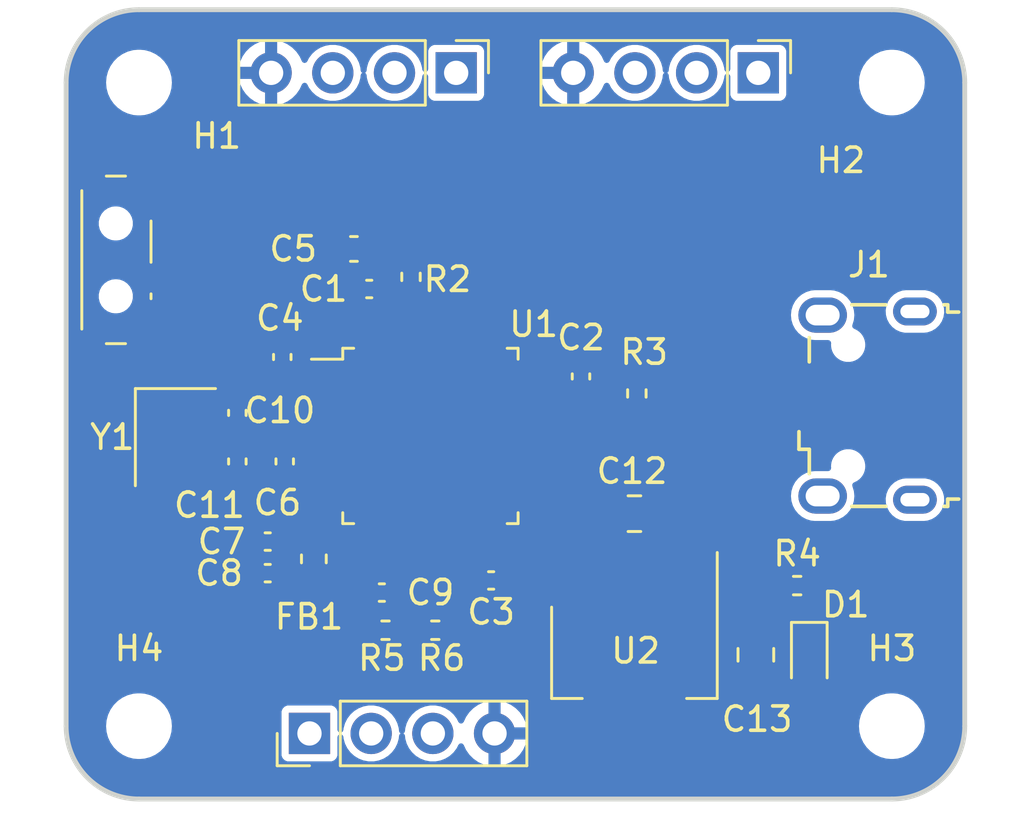
<source format=kicad_pcb>
(kicad_pcb (version 20221018) (generator pcbnew)
  (layers (0 "F.Cu" signal) (31 "B.Cu" power) (34 "B.Paste" user) (35 "F.Paste" user) (36 "B.SilkS" user "B.Silkscreen") (37 "F.SilkS" user "F.Silkscreen") (38 "B.Mask" user) (39 "F.Mask" user) (44 "Edge.Cuts" user))
  (net 0 "")
  (net 1 "+3.3V")
  (net 2 "GND")
  (net 3 "+3.3VA")
  (net 4 "/NRST")
  (net 5 "/HSE_IN")
  (net 6 "/HSE_OUT")
  (net 7 "VBUS")
  (net 8 "/LED_K")
  (net 9 "/USB_D-")
  (net 10 "/USB_D+")
  (net 13 "/SWDIO")
  (net 14 "/SWCLK")
  (net 15 "/USART1_TX")
  (net 16 "/USART1_RX")
  (net 17 "/I2C2_SCL")
  (net 18 "/I2C2_SDA")
  (net 19 "Net-(SW1-B)")
  (net 20 "/BOOT0")
  (footprint "Crystal:Crystal_SMD_3225-4Pin_3.2x2.5mm" (layer "F.Cu") (at 103.5 91.1 -90)
    (fp_text reference "Y1" (at 0 2.6 -180) (layer "F.SilkS"))
    (fp_text value "16MHz")
    (fp_line (start -2 -1.65) (end -2 1.65) (stroke (width 0.12)) (layer "F.SilkS"))
    (fp_line (start -2 1.65) (end 2 1.65) (stroke (width 0.12)) (layer "F.SilkS"))
    (pad "1" smd rect (at -1.1 0.85 270) (size 1.4 1.2) (layers "F.Cu" "F.Paste" "F.Mask") (net 5 "/HSE_IN"))
    (pad "2" smd rect (at 1.1 0.85 270) (size 1.4 1.2) (layers "F.Cu" "F.Paste" "F.Mask") (net 2 "GND"))
    (pad "3" smd rect (at 1.1 -0.85 270) (size 1.4 1.2) (layers "F.Cu" "F.Paste" "F.Mask") (net 6 "/HSE_OUT"))
    (pad "4" smd rect (at -1.1 -0.85 270) (size 1.4 1.2) (layers "F.Cu" "F.Paste" "F.Mask") (net 2 "GND"))
  )
  (footprint "Connector_PinHeader_2.54mm:PinHeader_1x04_P2.54mm_Vertical" (layer "F.Cu") (at 115.06 76.1 -90)
    (fp_text reference "SWD1" hide)
    (fp_text value "SWD")
    (fp_line (start -1.33 -1.33) (end 0 -1.33) (stroke (width 0.12)) (layer "F.SilkS"))
    (fp_line (start -1.33 0) (end -1.33 -1.33) (stroke (width 0.12)) (layer "F.SilkS"))
    (fp_line (start -1.33 1.27) (end -1.33 8.95) (stroke (width 0.12)) (layer "F.SilkS"))
    (fp_line (start -1.33 1.27) (end 1.33 1.27) (stroke (width 0.12)) (layer "F.SilkS"))
    (fp_line (start -1.33 8.95) (end 1.33 8.95) (stroke (width 0.12)) (layer "F.SilkS"))
    (fp_line (start 1.33 1.27) (end 1.33 8.95) (stroke (width 0.12)) (layer "F.SilkS"))
    (pad "1" thru_hole rect (at 0 0 270) (size 1.7 1.7) (drill 1) (layers "*.Cu" "*.Mask") (net 1 "+3.3V"))
    (pad "2" thru_hole oval (at 0 2.54 270) (size 1.7 1.7) (drill 1) (layers "*.Cu" "*.Mask") (net 13 "/SWDIO"))
    (pad "3" thru_hole oval (at 0 5.08 270) (size 1.7 1.7) (drill 1) (layers "*.Cu" "*.Mask") (net 14 "/SWCLK"))
    (pad "4" thru_hole oval (at 0 7.62 270) (size 1.7 1.7) (drill 1) (layers "*.Cu" "*.Mask") (net 2 "GND"))
  )
  (footprint "Inductor_SMD:L_0603_1608Metric" (layer "F.Cu") (at 109.2 96.1125 -90)
    (fp_text reference "FB1" (at 2.3875 0.2 -180) (layer "F.SilkS"))
    (fp_text value "120R")
    (fp_line (start -0.162779 -0.51) (end 0.162779 -0.51) (stroke (width 0.12)) (layer "F.SilkS"))
    (fp_line (start -0.162779 0.51) (end 0.162779 0.51) (stroke (width 0.12)) (layer "F.SilkS"))
    (pad "1" smd roundrect (at -0.7875 0 270) (size 0.875 0.95) (layers "F.Cu" "F.Paste" "F.Mask") (net 3 "+3.3VA"))
    (pad "2" smd roundrect (at 0.7875 0 270) (size 0.875 0.95) (layers "F.Cu" "F.Paste" "F.Mask") (net 1 "+3.3V"))
  )
  (footprint "Capacitor_SMD:C_0402_1005Metric" (layer "F.Cu") (at 107.3 96.7 180)
    (fp_text reference "C8" (at 2 0) (layer "F.SilkS"))
    (fp_text value "1uF")
    (fp_line (start -0.107836 -0.36) (end 0.107836 -0.36) (stroke (width 0.12)) (layer "F.SilkS"))
    (fp_line (start -0.107836 0.36) (end 0.107836 0.36) (stroke (width 0.12)) (layer "F.SilkS"))
    (pad "1" smd roundrect (at -0.48 0 180) (size 0.56 0.62) (layers "F.Cu" "F.Paste" "F.Mask") (net 1 "+3.3V"))
    (pad "2" smd roundrect (at 0.48 0 180) (size 0.56 0.62) (layers "F.Cu" "F.Paste" "F.Mask") (net 2 "GND"))
  )
  (footprint "MountingHole:MountingHole_2.2mm_M2" (layer "F.Cu") (at 133 103)
    (fp_text reference "H3" (at 0 -3.2) (layer "F.SilkS"))
    (fp_text value "MountingHole")
    (pad "" np_thru_hole circle (at 0 0) (size 2.2 2.2) (drill 2.2) (layers "*.Cu" "*.Mask"))
  )
  (footprint "Resistor_SMD:R_0402_1005Metric" (layer "F.Cu") (at 129.1 97.2125 180)
    (fp_text reference "R4" (at 0 1.3125) (layer "F.SilkS"))
    (fp_text value "1K5")
    (fp_line (start -0.153641 -0.38) (end 0.153641 -0.38) (stroke (width 0.12)) (layer "F.SilkS"))
    (fp_line (start -0.153641 0.38) (end 0.153641 0.38) (stroke (width 0.12)) (layer "F.SilkS"))
    (pad "1" smd roundrect (at -0.51 0 180) (size 0.54 0.64) (layers "F.Cu" "F.Paste" "F.Mask") (net 8 "/LED_K"))
    (pad "2" smd roundrect (at 0.51 0 180) (size 0.54 0.64) (layers "F.Cu" "F.Paste" "F.Mask") (net 2 "GND"))
  )
  (footprint "Connector_PinHeader_2.54mm:PinHeader_1x04_P2.54mm_Vertical" (layer "F.Cu") (at 109.02 103.3 90)
    (fp_text reference "I2C1" hide)
    (fp_text value "I2C")
    (fp_line (start -1.33 -1.33) (end 0 -1.33) (stroke (width 0.12)) (layer "F.SilkS"))
    (fp_line (start -1.33 0) (end -1.33 -1.33) (stroke (width 0.12)) (layer "F.SilkS"))
    (fp_line (start -1.33 1.27) (end -1.33 8.95) (stroke (width 0.12)) (layer "F.SilkS"))
    (fp_line (start -1.33 1.27) (end 1.33 1.27) (stroke (width 0.12)) (layer "F.SilkS"))
    (fp_line (start -1.33 8.95) (end 1.33 8.95) (stroke (width 0.12)) (layer "F.SilkS"))
    (fp_line (start 1.33 1.27) (end 1.33 8.95) (stroke (width 0.12)) (layer "F.SilkS"))
    (pad "1" thru_hole rect (at 0 0 90) (size 1.7 1.7) (drill 1) (layers "*.Cu" "*.Mask") (net 1 "+3.3V"))
    (pad "2" thru_hole oval (at 0 2.54 90) (size 1.7 1.7) (drill 1) (layers "*.Cu" "*.Mask") (net 17 "/I2C2_SCL"))
    (pad "3" thru_hole oval (at 0 5.08 90) (size 1.7 1.7) (drill 1) (layers "*.Cu" "*.Mask") (net 18 "/I2C2_SDA"))
    (pad "4" thru_hole oval (at 0 7.62 90) (size 1.7 1.7) (drill 1) (layers "*.Cu" "*.Mask") (net 2 "GND"))
  )
  (footprint "Capacitor_SMD:C_0805_2012Metric" (layer "F.Cu") (at 122.4 94.25)
    (fp_text reference "C12" (at -0.1 -1.75) (layer "F.SilkS"))
    (fp_text value "22uF")
    (fp_line (start -0.261252 -0.735) (end 0.261252 -0.735) (stroke (width 0.12)) (layer "F.SilkS"))
    (fp_line (start -0.261252 0.735) (end 0.261252 0.735) (stroke (width 0.12)) (layer "F.SilkS"))
    (pad "1" smd roundrect (at -0.95 0) (size 1 1.45) (layers "F.Cu" "F.Paste" "F.Mask") (net 7 "VBUS"))
    (pad "2" smd roundrect (at 0.95 0) (size 1 1.45) (layers "F.Cu" "F.Paste" "F.Mask") (net 2 "GND"))
  )
  (footprint "MountingHole:MountingHole_2.2mm_M2" (layer "F.Cu") (at 133 76.5)
    (fp_text reference "H2" (at -2.1 3.2) (layer "F.SilkS"))
    (fp_text value "MountingHole")
    (pad "" np_thru_hole circle (at 0 0) (size 2.2 2.2) (drill 2.2) (layers "*.Cu" "*.Mask"))
  )
  (footprint "Capacitor_SMD:C_0603_1608Metric" (layer "F.Cu") (at 110.85 83.35)
    (fp_text reference "C5" (at -2.5 0) (layer "F.SilkS"))
    (fp_text value "10uF")
    (fp_line (start -0.14058 -0.51) (end 0.14058 -0.51) (stroke (width 0.12)) (layer "F.SilkS"))
    (fp_line (start -0.14058 0.51) (end 0.14058 0.51) (stroke (width 0.12)) (layer "F.SilkS"))
    (pad "1" smd roundrect (at -0.775 0) (size 0.9 0.95) (layers "F.Cu" "F.Paste" "F.Mask") (net 1 "+3.3V"))
    (pad "2" smd roundrect (at 0.775 0) (size 0.9 0.95) (layers "F.Cu" "F.Paste" "F.Mask") (net 2 "GND"))
  )
  (footprint "Connector_USB:USB_Micro-B_Wuerth_629105150521" (layer "F.Cu") (at 132 89.8 90)
    (fp_text reference "J1" (at 5.8 0.055 180) (layer "F.SilkS"))
    (fp_text value "USB_B_Micro")
    (fp_line (start -4.15 -0.65) (end -4.15 0.75) (stroke (width 0.15)) (layer "F.SilkS"))
    (fp_line (start -4.15 3.15) (end -4.15 3.3) (stroke (width 0.15)) (layer "F.SilkS"))
    (fp_line (start -4.15 3.3) (end -3.85 3.3) (stroke (width 0.15)) (layer "F.SilkS"))
    (fp_line (start -3.85 3.3) (end -3.85 3.75) (stroke (width 0.15)) (layer "F.SilkS"))
    (fp_line (start -1.8 -2.825) (end -1.8 -2.4) (stroke (width 0.15)) (layer "F.SilkS"))
    (fp_line (start -1.8 -2.4) (end -2.8 -2.4) (stroke (width 0.15)) (layer "F.SilkS"))
    (fp_line (start -1.075 -2.825) (end -1.8 -2.825) (stroke (width 0.15)) (layer "F.SilkS"))
    (fp_line (start 1.8 -2.4) (end 2.8 -2.4) (stroke (width 0.15)) (layer "F.SilkS"))
    (fp_line (start 3.85 3.3) (end 4.15 3.3) (stroke (width 0.15)) (layer "F.SilkS"))
    (fp_line (start 3.85 3.75) (end 3.85 3.3) (stroke (width 0.15)) (layer "F.SilkS"))
    (fp_line (start 4.15 0.75) (end 4.15 -0.65) (stroke (width 0.15)) (layer "F.SilkS"))
    (fp_line (start 4.15 3.3) (end 4.15 3.15) (stroke (width 0.15)) (layer "F.SilkS"))
    (pad "" np_thru_hole oval (at -2.5 -0.8 90) (size 0.8 0.8) (drill 0.8) (layers "*.Cu" "*.Mask"))
    (pad "" np_thru_hole oval (at 2.5 -0.8 90) (size 0.8 0.8) (drill 0.8) (layers "*.Cu" "*.Mask"))
    (pad "1" smd rect (at -1.3 -1.9 90) (size 0.45 1.3) (layers "F.Cu" "F.Paste" "F.Mask") (net 7 "VBUS"))
    (pad "2" smd rect (at -0.65 -1.9 90) (size 0.45 1.3) (layers "F.Cu" "F.Paste" "F.Mask") (net 9 "/USB_D-"))
    (pad "3" smd rect (at 0 -1.9 90) (size 0.45 1.3) (layers "F.Cu" "F.Paste" "F.Mask") (net 10 "/USB_D+"))
    (pad "4" smd rect (at 0.65 -1.9 90) (size 0.45 1.3) (layers "F.Cu" "F.Paste" "F.Mask"))
    (pad "5" smd rect (at 1.3 -1.9 90) (size 0.45 1.3) (layers "F.Cu" "F.Paste" "F.Mask") (net 2 "GND"))
    (pad "6" thru_hole oval (at -3.875 1.95 90) (size 1.15 1.8) (drill oval 0.55 1.2) (layers "*.Cu" "*.Mask"))
    (pad "6" thru_hole oval (at -3.725 -1.85 90) (size 1.45 2) (drill oval 0.85 1.4) (layers "*.Cu" "*.Mask"))
    (pad "6" thru_hole oval (at 3.725 -1.85 90) (size 1.45 2) (drill oval 0.85 1.4) (layers "*.Cu" "*.Mask"))
    (pad "6" thru_hole oval (at 3.875 1.95 90) (size 1.15 1.8) (drill oval 0.55 1.2) (layers "*.Cu" "*.Mask"))
  )
  (footprint "Button_Switch_SMD:SW_SPDT_PCM12" (layer "F.Cu") (at 101.375 83.8 -90)
    (fp_text reference "SW1" hide)
    (fp_text value "SW_SPDT")
    (fp_line (start -3.45 -0.07) (end -3.45 0.72) (stroke (width 0.12)) (layer "F.SilkS"))
    (fp_line (start -2.85 1.73) (end 2.85 1.73) (stroke (width 0.12)) (layer "F.SilkS"))
    (fp_line (start -1.6 -1.12) (end 0.1 -1.12) (stroke (width 0.12)) (layer "F.SilkS"))
    (fp_line (start 1.4 -1.12) (end 1.6 -1.12) (stroke (width 0.12)) (layer "F.SilkS"))
    (fp_line (start 3.45 0.72) (end 3.45 -0.07) (stroke (width 0.12)) (layer "F.SilkS"))
    (pad "" smd rect (at -3.65 -0.78 270) (size 1 0.8) (layers "F.Cu" "F.Paste" "F.Mask"))
    (pad "" smd rect (at -3.65 1.43 270) (size 1 0.8) (layers "F.Cu" "F.Paste" "F.Mask"))
    (pad "" np_thru_hole circle (at -1.5 0.33 270) (size 0.9 0.9) (drill 0.9) (layers "*.Cu" "*.Mask"))
    (pad "" np_thru_hole circle (at 1.5 0.33 270) (size 0.9 0.9) (drill 0.9) (layers "*.Cu" "*.Mask"))
    (pad "" smd rect (at 3.65 -0.78 270) (size 1 0.8) (layers "F.Cu" "F.Paste" "F.Mask"))
    (pad "" smd rect (at 3.65 1.43 270) (size 1 0.8) (layers "F.Cu" "F.Paste" "F.Mask"))
    (pad "1" smd rect (at -2.25 -1.43 270) (size 0.7 1.5) (layers "F.Cu" "F.Paste" "F.Mask") (net 2 "GND"))
    (pad "2" smd rect (at 0.75 -1.43 270) (size 0.7 1.5) (layers "F.Cu" "F.Paste" "F.Mask") (net 19 "Net-(SW1-B)"))
    (pad "3" smd rect (at 2.25 -1.43 270) (size 0.7 1.5) (layers "F.Cu" "F.Paste" "F.Mask") (net 1 "+3.3V"))
  )
  (footprint "Capacitor_SMD:C_0402_1005Metric" (layer "F.Cu") (at 106.05 92.1 90)
    (fp_text reference "C11" (at -1.8 -1.15 180) (layer "F.SilkS"))
    (fp_text value "10pF")
    (fp_line (start -0.107836 -0.36) (end 0.107836 -0.36) (stroke (width 0.12)) (layer "F.SilkS"))
    (fp_line (start -0.107836 0.36) (end 0.107836 0.36) (stroke (width 0.12)) (layer "F.SilkS"))
    (pad "1" smd roundrect (at -0.48 0 90) (size 0.56 0.62) (layers "F.Cu" "F.Paste" "F.Mask") (net 6 "/HSE_OUT"))
    (pad "2" smd roundrect (at 0.48 0 90) (size 0.56 0.62) (layers "F.Cu" "F.Paste" "F.Mask") (net 2 "GND"))
  )
  (footprint "Resistor_SMD:R_0402_1005Metric" (layer "F.Cu") (at 113.2 84.5 -90)
    (fp_text reference "R2" (at 0.1 -1.5 -180) (layer "F.SilkS"))
    (fp_text value "10K")
    (fp_line (start -0.153641 -0.38) (end 0.153641 -0.38) (stroke (width 0.12)) (layer "F.SilkS"))
    (fp_line (start -0.153641 0.38) (end 0.153641 0.38) (stroke (width 0.12)) (layer "F.SilkS"))
    (pad "1" smd roundrect (at -0.51 0 270) (size 0.54 0.64) (layers "F.Cu" "F.Paste" "F.Mask") (net 19 "Net-(SW1-B)"))
    (pad "2" smd roundrect (at 0.51 0 270) (size 0.54 0.64) (layers "F.Cu" "F.Paste" "F.Mask") (net 20 "/BOOT0"))
  )
  (footprint "Capacitor_SMD:C_0805_2012Metric" (layer "F.Cu") (at 127.4 100.0625 90)
    (fp_text reference "C13" (at -2.65 0.05 180) (layer "F.SilkS"))
    (fp_text value "22uF")
    (fp_line (start -0.261252 -0.735) (end 0.261252 -0.735) (stroke (width 0.12)) (layer "F.SilkS"))
    (fp_line (start -0.261252 0.735) (end 0.261252 0.735) (stroke (width 0.12)) (layer "F.SilkS"))
    (pad "1" smd roundrect (at -0.95 0 90) (size 1 1.45) (layers "F.Cu" "F.Paste" "F.Mask") (net 1 "+3.3V"))
    (pad "2" smd roundrect (at 0.95 0 90) (size 1 1.45) (layers "F.Cu" "F.Paste" "F.Mask") (net 2 "GND"))
  )
  (footprint "MountingHole:MountingHole_2.2mm_M2" (layer "F.Cu") (at 102 103)
    (fp_text reference "H4" (at 0 -3.2) (layer "F.SilkS"))
    (fp_text value "MountingHole")
    (pad "" np_thru_hole circle (at 0 0) (size 2.2 2.2) (drill 2.2) (layers "*.Cu" "*.Mask"))
  )
  (footprint "Capacitor_SMD:C_0402_1005Metric" (layer "F.Cu") (at 107.9 87.8 90)
    (fp_text reference "C4" (at 1.6 -0.1 180) (layer "F.SilkS"))
    (fp_text value "100nF")
    (fp_line (start -0.107836 -0.36) (end 0.107836 -0.36) (stroke (width 0.12)) (layer "F.SilkS"))
    (fp_line (start -0.107836 0.36) (end 0.107836 0.36) (stroke (width 0.12)) (layer "F.SilkS"))
    (pad "1" smd roundrect (at -0.48 0 90) (size 0.56 0.62) (layers "F.Cu" "F.Paste" "F.Mask") (net 1 "+3.3V"))
    (pad "2" smd roundrect (at 0.48 0 90) (size 0.56 0.62) (layers "F.Cu" "F.Paste" "F.Mask") (net 2 "GND"))
  )
  (footprint "LED_SMD:LED_0603_1608Metric" (layer "F.Cu") (at 129.6 100.2125 -90)
    (fp_text reference "D1" (at -2.2125 -1.5 -180) (layer "F.SilkS"))
    (fp_text value "RED")
    (fp_line (start -1.485 -0.735) (end -1.485 0.735) (stroke (width 0.12)) (layer "F.SilkS"))
    (fp_line (start -1.485 0.735) (end 0.8 0.735) (stroke (width 0.12)) (layer "F.SilkS"))
    (fp_line (start 0.8 -0.735) (end -1.485 -0.735) (stroke (width 0.12)) (layer "F.SilkS"))
    (pad "1" smd roundrect (at -0.7875 0 270) (size 0.875 0.95) (layers "F.Cu" "F.Paste" "F.Mask") (net 8 "/LED_K"))
    (pad "2" smd roundrect (at 0.7875 0 270) (size 0.875 0.95) (layers "F.Cu" "F.Paste" "F.Mask") (net 1 "+3.3V"))
  )
  (footprint "Capacitor_SMD:C_0402_1005Metric" (layer "F.Cu") (at 108 92.1 90)
    (fp_text reference "C6" (at -1.7 -0.3) (layer "F.SilkS"))
    (fp_text value "10nF")
    (fp_line (start -0.107836 -0.36) (end 0.107836 -0.36) (stroke (width 0.12)) (layer "F.SilkS"))
    (fp_line (start -0.107836 0.36) (end 0.107836 0.36) (stroke (width 0.12)) (layer "F.SilkS"))
    (pad "1" smd roundrect (at -0.48 0 90) (size 0.56 0.62) (layers "F.Cu" "F.Paste" "F.Mask") (net 3 "+3.3VA"))
    (pad "2" smd roundrect (at 0.48 0 90) (size 0.56 0.62) (layers "F.Cu" "F.Paste" "F.Mask") (net 2 "GND"))
  )
  (footprint "MountingHole:MountingHole_2.2mm_M2" (layer "F.Cu") (at 102 76.5)
    (fp_text reference "H1" (at 3.2 2.2) (layer "F.SilkS"))
    (fp_text value "MountingHole")
    (pad "" np_thru_hole circle (at 0 0) (size 2.2 2.2) (drill 2.2) (layers "*.Cu" "*.Mask"))
  )
  (footprint "Resistor_SMD:R_0402_1005Metric" (layer "F.Cu") (at 122.5 89.3 -90)
    (fp_text reference "R3" (at -1.7 -0.3) (layer "F.SilkS"))
    (fp_text value "1K5")
    (fp_line (start -0.153641 -0.38) (end 0.153641 -0.38) (stroke (width 0.12)) (layer "F.SilkS"))
    (fp_line (start -0.153641 0.38) (end 0.153641 0.38) (stroke (width 0.12)) (layer "F.SilkS"))
    (pad "1" smd roundrect (at -0.51 0 270) (size 0.54 0.64) (layers "F.Cu" "F.Paste" "F.Mask") (net 1 "+3.3V"))
    (pad "2" smd roundrect (at 0.51 0 270) (size 0.54 0.64) (layers "F.Cu" "F.Paste" "F.Mask") (net 10 "/USB_D+"))
  )
  (footprint "Package_TO_SOT_SMD:SOT-223-3_TabPin2" (layer "F.Cu") (at 122.4 99.95 -90)
    (fp_text reference "U2" (at -0.05 -0.05 -180) (layer "F.SilkS"))
    (fp_text value "AMS1117-3.3")
    (fp_line (start -4.1 -3.41) (end 1.91 -3.41) (stroke (width 0.12)) (layer "F.SilkS"))
    (fp_line (start -1.85 3.41) (end 1.91 3.41) (stroke (width 0.12)) (layer "F.SilkS"))
    (fp_line (start 1.91 -3.41) (end 1.91 -2.15) (stroke (width 0.12)) (layer "F.SilkS"))
    (fp_line (start 1.91 3.41) (end 1.91 2.15) (stroke (width 0.12)) (layer "F.SilkS"))
    (pad "1" smd rect (at -3.15 -2.3 270) (size 2 1.5) (layers "F.Cu" "F.Paste" "F.Mask") (net 2 "GND"))
    (pad "2" smd rect (at -3.15 0 270) (size 2 1.5) (layers "F.Cu" "F.Paste" "F.Mask") (net 1 "+3.3V"))
    (pad "2" smd rect (at 3.15 0 270) (size 2 3.8) (layers "F.Cu" "F.Paste" "F.Mask") (net 1 "+3.3V"))
    (pad "3" smd rect (at -3.15 2.3 270) (size 2 1.5) (layers "F.Cu" "F.Paste" "F.Mask") (net 7 "VBUS"))
  )
  (footprint "Resistor_SMD:R_0402_1005Metric" (layer "F.Cu") (at 114.2 99.05)
    (fp_text reference "R6" (at 0.26 1.15) (layer "F.SilkS"))
    (fp_text value "1K5")
    (fp_line (start -0.153641 -0.38) (end 0.153641 -0.38) (stroke (width 0.12)) (layer "F.SilkS"))
    (fp_line (start -0.153641 0.38) (end 0.153641 0.38) (stroke (width 0.12)) (layer "F.SilkS"))
    (pad "1" smd roundrect (at -0.51 0) (size 0.54 0.64) (layers "F.Cu" "F.Paste" "F.Mask") (net 1 "+3.3V"))
    (pad "2" smd roundrect (at 0.51 0) (size 0.54 0.64) (layers "F.Cu" "F.Paste" "F.Mask") (net 18 "/I2C2_SDA"))
  )
  (footprint "Capacitor_SMD:C_0402_1005Metric" (layer "F.Cu") (at 111.48 85)
    (fp_text reference "C1" (at -1.88 0) (layer "F.SilkS"))
    (fp_text value "100nF")
    (fp_line (start -0.107836 -0.36) (end 0.107836 -0.36) (stroke (width 0.12)) (layer "F.SilkS"))
    (fp_line (start -0.107836 0.36) (end 0.107836 0.36) (stroke (width 0.12)) (layer "F.SilkS"))
    (pad "1" smd roundrect (at -0.48 0) (size 0.56 0.62) (layers "F.Cu" "F.Paste" "F.Mask") (net 1 "+3.3V"))
    (pad "2" smd roundrect (at 0.48 0) (size 0.56 0.62) (layers "F.Cu" "F.Paste" "F.Mask") (net 2 "GND"))
  )
  (footprint "Connector_PinHeader_2.54mm:PinHeader_1x04_P2.54mm_Vertical" (layer "F.Cu") (at 127.5 76.1 -90)
    (fp_text reference "UART1" hide)
    (fp_text value "UART")
    (fp_line (start -1.33 -1.33) (end 0 -1.33) (stroke (width 0.12)) (layer "F.SilkS"))
    (fp_line (start -1.33 0) (end -1.33 -1.33) (stroke (width 0.12)) (layer "F.SilkS"))
    (fp_line (start -1.33 1.27) (end -1.33 8.95) (stroke (width 0.12)) (layer "F.SilkS"))
    (fp_line (start -1.33 1.27) (end 1.33 1.27) (stroke (width 0.12)) (layer "F.SilkS"))
    (fp_line (start -1.33 8.95) (end 1.33 8.95) (stroke (width 0.12)) (layer "F.SilkS"))
    (fp_line (start 1.33 1.27) (end 1.33 8.95) (stroke (width 0.12)) (layer "F.SilkS"))
    (pad "1" thru_hole rect (at 0 0 270) (size 1.7 1.7) (drill 1) (layers "*.Cu" "*.Mask") (net 1 "+3.3V"))
    (pad "2" thru_hole oval (at 0 2.54 270) (size 1.7 1.7) (drill 1) (layers "*.Cu" "*.Mask") (net 15 "/USART1_TX"))
    (pad "3" thru_hole oval (at 0 5.08 270) (size 1.7 1.7) (drill 1) (layers "*.Cu" "*.Mask") (net 16 "/USART1_RX"))
    (pad "4" thru_hole oval (at 0 7.62 270) (size 1.7 1.7) (drill 1) (layers "*.Cu" "*.Mask") (net 2 "GND"))
  )
  (footprint "Package_QFP:LQFP-48_7x7mm_P0.5mm" (layer "F.Cu") (at 114 91.05)
    (fp_text reference "U1" (at 4.25 -4.6) (layer "F.SilkS"))
    (fp_text value "STM32F103C8T6")
    (fp_line (start -3.61 -3.61) (end -3.61 -3.16) (stroke (width 0.12)) (layer "F.SilkS"))
    (fp_line (start -3.61 -3.16) (end -4.9 -3.16) (stroke (width 0.12)) (layer "F.SilkS"))
    (fp_line (start -3.61 3.61) (end -3.61 3.16) (stroke (width 0.12)) (layer "F.SilkS"))
    (fp_line (start -3.16 -3.61) (end -3.61 -3.61) (stroke (width 0.12)) (layer "F.SilkS"))
    (fp_line (start -3.16 3.61) (end -3.61 3.61) (stroke (width 0.12)) (layer "F.SilkS"))
    (fp_line (start 3.16 -3.61) (end 3.61 -3.61) (stroke (width 0.12)) (layer "F.SilkS"))
    (fp_line (start 3.16 3.61) (end 3.61 3.61) (stroke (width 0.12)) (layer "F.SilkS"))
    (fp_line (start 3.61 -3.61) (end 3.61 -3.16) (stroke (width 0.12)) (layer "F.SilkS"))
    (fp_line (start 3.61 3.61) (end 3.61 3.16) (stroke (width 0.12)) (layer "F.SilkS"))
    (pad "1" smd roundrect (at -4.1625 -2.75) (size 1.475 0.3) (layers "F.Cu" "F.Paste" "F.Mask") (net 1 "+3.3V"))
    (pad "2" smd roundrect (at -4.1625 -2.25) (size 1.475 0.3) (layers "F.Cu" "F.Paste" "F.Mask"))
    (pad "3" smd roundrect (at -4.1625 -1.75) (size 1.475 0.3) (layers "F.Cu" "F.Paste" "F.Mask"))
    (pad "4" smd roundrect (at -4.1625 -1.25) (size 1.475 0.3) (layers "F.Cu" "F.Paste" "F.Mask"))
    (pad "5" smd roundrect (at -4.1625 -0.75) (size 1.475 0.3) (layers "F.Cu" "F.Paste" "F.Mask") (net 5 "/HSE_IN"))
    (pad "6" smd roundrect (at -4.1625 -0.25) (size 1.475 0.3) (layers "F.Cu" "F.Paste" "F.Mask") (net 6 "/HSE_OUT"))
    (pad "7" smd roundrect (at -4.1625 0.25) (size 1.475 0.3) (layers "F.Cu" "F.Paste" "F.Mask") (net 4 "/NRST"))
    (pad "8" smd roundrect (at -4.1625 0.75) (size 1.475 0.3) (layers "F.Cu" "F.Paste" "F.Mask") (net 2 "GND"))
    (pad "9" smd roundrect (at -4.1625 1.25) (size 1.475 0.3) (layers "F.Cu" "F.Paste" "F.Mask") (net 3 "+3.3VA"))
    (pad "10" smd roundrect (at -4.1625 1.75) (size 1.475 0.3) (layers "F.Cu" "F.Paste" "F.Mask"))
    (pad "11" smd roundrect (at -4.1625 2.25) (size 1.475 0.3) (layers "F.Cu" "F.Paste" "F.Mask"))
    (pad "12" smd roundrect (at -4.1625 2.75) (size 1.475 0.3) (layers "F.Cu" "F.Paste" "F.Mask"))
    (pad "13" smd roundrect (at -2.75 4.1625) (size 0.3 1.475) (layers "F.Cu" "F.Paste" "F.Mask"))
    (pad "14" smd roundrect (at -2.25 4.1625) (size 0.3 1.475) (layers "F.Cu" "F.Paste" "F.Mask"))
    (pad "15" smd roundrect (at -1.75 4.1625) (size 0.3 1.475) (layers "F.Cu" "F.Paste" "F.Mask"))
    (pad "16" smd roundrect (at -1.25 4.1625) (size 0.3 1.475) (layers "F.Cu" "F.Paste" "F.Mask"))
    (pad "17" smd roundrect (at -0.75 4.1625) (size 0.3 1.475) (layers "F.Cu" "F.Paste" "F.Mask"))
    (pad "18" smd roundrect (at -0.25 4.1625) (size 0.3 1.475) (layers "F.Cu" "F.Paste" "F.Mask"))
    (pad "19" smd roundrect (at 0.25 4.1625) (size 0.3 1.475) (layers "F.Cu" "F.Paste" "F.Mask"))
    (pad "20" smd roundrect (at 0.75 4.1625) (size 0.3 1.475) (layers "F.Cu" "F.Paste" "F.Mask"))
    (pad "21" smd roundrect (at 1.25 4.1625) (size 0.3 1.475) (layers "F.Cu" "F.Paste" "F.Mask") (net 17 "/I2C2_SCL"))
    (pad "22" smd roundrect (at 1.75 4.1625) (size 0.3 1.475) (layers "F.Cu" "F.Paste" "F.Mask") (net 18 "/I2C2_SDA"))
    (pad "23" smd roundrect (at 2.25 4.1625) (size 0.3 1.475) (layers "F.Cu" "F.Paste" "F.Mask") (net 2 "GND"))
    (pad "24" smd roundrect (at 2.75 4.1625) (size 0.3 1.475) (layers "F.Cu" "F.Paste" "F.Mask") (net 1 "+3.3V"))
    (pad "25" smd roundrect (at 4.1625 2.75) (size 1.475 0.3) (layers "F.Cu" "F.Paste" "F.Mask"))
    (pad "26" smd roundrect (at 4.1625 2.25) (size 1.475 0.3) (layers "F.Cu" "F.Paste" "F.Mask"))
    (pad "27" smd roundrect (at 4.1625 1.75) (size 1.475 0.3) (layers "F.Cu" "F.Paste" "F.Mask"))
    (pad "28" smd roundrect (at 4.1625 1.25) (size 1.475 0.3) (layers "F.Cu" "F.Paste" "F.Mask"))
    (pad "29" smd roundrect (at 4.1625 0.75) (size 1.475 0.3) (layers "F.Cu" "F.Paste" "F.Mask"))
    (pad "30" smd roundrect (at 4.1625 0.25) (size 1.475 0.3) (layers "F.Cu" "F.Paste" "F.Mask"))
    (pad "31" smd roundrect (at 4.1625 -0.25) (size 1.475 0.3) (layers "F.Cu" "F.Paste" "F.Mask"))
    (pad "32" smd roundrect (at 4.1625 -0.75) (size 1.475 0.3) (layers "F.Cu" "F.Paste" "F.Mask") (net 9 "/USB_D-"))
    (pad "33" smd roundrect (at 4.1625 -1.25) (size 1.475 0.3) (layers "F.Cu" "F.Paste" "F.Mask") (net 10 "/USB_D+"))
    (pad "34" smd roundrect (at 4.1625 -1.75) (size 1.475 0.3) (layers "F.Cu" "F.Paste" "F.Mask") (net 13 "/SWDIO"))
    (pad "35" smd roundrect (at 4.1625 -2.25) (size 1.475 0.3) (layers "F.Cu" "F.Paste" "F.Mask") (net 2 "GND"))
    (pad "36" smd roundrect (at 4.1625 -2.75) (size 1.475 0.3) (layers "F.Cu" "F.Paste" "F.Mask") (net 1 "+3.3V"))
    (pad "37" smd roundrect (at 2.75 -4.1625) (size 0.3 1.475) (layers "F.Cu" "F.Paste" "F.Mask") (net 14 "/SWCLK"))
    (pad "38" smd roundrect (at 2.25 -4.1625) (size 0.3 1.475) (layers "F.Cu" "F.Paste" "F.Mask"))
    (pad "39" smd roundrect (at 1.75 -4.1625) (size 0.3 1.475) (layers "F.Cu" "F.Paste" "F.Mask"))
    (pad "40" smd roundrect (at 1.25 -4.1625) (size 0.3 1.475) (layers "F.Cu" "F.Paste" "F.Mask"))
    (pad "41" smd roundrect (at 0.75 -4.1625) (size 0.3 1.475) (layers "F.Cu" "F.Paste" "F.Mask"))
    (pad "42" smd roundrect (at 0.25 -4.1625) (size 0.3 1.475) (layers "F.Cu" "F.Paste" "F.Mask") (net 15 "/USART1_TX"))
    (pad "43" smd roundrect (at -0.25 -4.1625) (size 0.3 1.475) (layers "F.Cu" "F.Paste" "F.Mask") (net 16 "/USART1_RX"))
    (pad "44" smd roundrect (at -0.75 -4.1625) (size 0.3 1.475) (layers "F.Cu" "F.Paste" "F.Mask") (net 20 "/BOOT0"))
    (pad "45" smd roundrect (at -1.25 -4.1625) (size 0.3 1.475) (layers "F.Cu" "F.Paste" "F.Mask"))
    (pad "46" smd roundrect (at -1.75 -4.1625) (size 0.3 1.475) (layers "F.Cu" "F.Paste" "F.Mask"))
    (pad "47" smd roundrect (at -2.25 -4.1625) (size 0.3 1.475) (layers "F.Cu" "F.Paste" "F.Mask") (net 2 "GND"))
    (pad "48" smd roundrect (at -2.75 -4.1625) (size 0.3 1.475) (layers "F.Cu" "F.Paste" "F.Mask") (net 1 "+3.3V"))
  )
  (footprint "Capacitor_SMD:C_0402_1005Metric" (layer "F.Cu") (at 116.5 97 180)
    (fp_text reference "C3" (at 0 -1.3) (layer "F.SilkS"))
    (fp_text value "100nF")
    (fp_line (start -0.107836 -0.36) (end 0.107836 -0.36) (stroke (width 0.12)) (layer "F.SilkS"))
    (fp_line (start -0.107836 0.36) (end 0.107836 0.36) (stroke (width 0.12)) (layer "F.SilkS"))
    (pad "1" smd roundrect (at -0.48 0 180) (size 0.56 0.62) (layers "F.Cu" "F.Paste" "F.Mask") (net 1 "+3.3V"))
    (pad "2" smd roundrect (at 0.48 0 180) (size 0.56 0.62) (layers "F.Cu" "F.Paste" "F.Mask") (net 2 "GND"))
  )
  (footprint "Capacitor_SMD:C_0402_1005Metric" (layer "F.Cu") (at 106.05 90.1 90)
    (fp_text reference "C10" (at 0.1 1.75 180) (layer "F.SilkS"))
    (fp_text value "10pF")
    (fp_line (start -0.107836 -0.36) (end 0.107836 -0.36) (stroke (width 0.12)) (layer "F.SilkS"))
    (fp_line (start -0.107836 0.36) (end 0.107836 0.36) (stroke (width 0.12)) (layer "F.SilkS"))
    (pad "1" smd roundrect (at -0.48 0 90) (size 0.56 0.62) (layers "F.Cu" "F.Paste" "F.Mask") (net 5 "/HSE_IN"))
    (pad "2" smd roundrect (at 0.48 0 90) (size 0.56 0.62) (layers "F.Cu" "F.Paste" "F.Mask") (net 2 "GND"))
  )
  (footprint "Resistor_SMD:R_0402_1005Metric" (layer "F.Cu") (at 112.15 99.05 180)
    (fp_text reference "R5" (at 0.15 -1.15) (layer "F.SilkS"))
    (fp_text value "1K5")
    (fp_line (start -0.153641 -0.38) (end 0.153641 -0.38) (stroke (width 0.12)) (layer "F.SilkS"))
    (fp_line (start -0.153641 0.38) (end 0.153641 0.38) (stroke (width 0.12)) (layer "F.SilkS"))
    (pad "1" smd roundrect (at -0.51 0 180) (size 0.54 0.64) (layers "F.Cu" "F.Paste" "F.Mask") (net 1 "+3.3V"))
    (pad "2" smd roundrect (at 0.51 0 180) (size 0.54 0.64) (layers "F.Cu" "F.Paste" "F.Mask") (net 17 "/I2C2_SCL"))
  )
  (footprint "Capacitor_SMD:C_0402_1005Metric" (layer "F.Cu") (at 120.2 88.6 -90)
    (fp_text reference "C2" (at -1.6 0 -180) (layer "F.SilkS"))
    (fp_text value "100nF")
    (fp_line (start -0.107836 -0.36) (end 0.107836 -0.36) (stroke (width 0.12)) (layer "F.SilkS"))
    (fp_line (start -0.107836 0.36) (end 0.107836 0.36) (stroke (width 0.12)) (layer "F.SilkS"))
    (pad "1" smd roundrect (at -0.48 0 270) (size 0.56 0.62) (layers "F.Cu" "F.Paste" "F.Mask") (net 1 "+3.3V"))
    (pad "2" smd roundrect (at 0.48 0 270) (size 0.56 0.62) (layers "F.Cu" "F.Paste" "F.Mask") (net 2 "GND"))
  )
  (footprint "Capacitor_SMD:C_0402_1005Metric" (layer "F.Cu") (at 107.3 95.4 180)
    (fp_text reference "C7" (at 1.9 0) (layer "F.SilkS"))
    (fp_text value "1uF")
    (fp_line (start -0.107836 -0.36) (end 0.107836 -0.36) (stroke (width 0.12)) (layer "F.SilkS"))
    (fp_line (start -0.107836 0.36) (end 0.107836 0.36) (stroke (width 0.12)) (layer "F.SilkS"))
    (pad "1" smd roundrect (at -0.48 0 180) (size 0.56 0.62) (layers "F.Cu" "F.Paste" "F.Mask") (net 3 "+3.3VA"))
    (pad "2" smd roundrect (at 0.48 0 180) (size 0.56 0.62) (layers "F.Cu" "F.Paste" "F.Mask") (net 2 "GND"))
  )
  (footprint "Capacitor_SMD:C_0402_1005Metric" (layer "F.Cu") (at 112 97.5 180)
    (fp_text reference "C9" (at -2 0) (layer "F.SilkS"))
    (fp_text value "100nF")
    (fp_line (start -0.107836 -0.36) (end 0.107836 -0.36) (stroke (width 0.12)) (layer "F.SilkS"))
    (fp_line (start -0.107836 0.36) (end 0.107836 0.36) (stroke (width 0.12)) (layer "F.SilkS"))
    (pad "1" smd roundrect (at -0.48 0 180) (size 0.56 0.62) (layers "F.Cu" "F.Paste" "F.Mask") (net 2 "GND"))
    (pad "2" smd roundrect (at 0.48 0 180) (size 0.56 0.62) (layers "F.Cu" "F.Paste" "F.Mask") (net 4 "/NRST"))
  )
  (gr_arc (start 133 73.5) (mid 135.121321 74.378679) (end 136 76.5) (stroke (width 0.2)) (layer "Edge.Cuts"))
  (gr_arc (start 102 106) (mid 99.878679 105.121321) (end 99 103) (stroke (width 0.2)) (layer "Edge.Cuts"))
  (gr_line (start 99 76.5) (end 99 103) (stroke (width 0.2)) (layer "Edge.Cuts"))
  (gr_line (start 136 76.5) (end 136 103) (stroke (width 0.2)) (layer "Edge.Cuts"))
  (gr_line (start 102 106) (end 133 106) (stroke (width 0.2)) (layer "Edge.Cuts"))
  (gr_line (start 102 73.5) (end 133 73.5) (stroke (width 0.2)) (layer "Edge.Cuts"))
  (gr_arc (start 136 103) (mid 135.121321 105.121321) (end 133 106) (stroke (width 0.2)) (layer "Edge.Cuts"))
  (gr_arc (start 99 76.5) (mid 99.878679 74.378679) (end 102 73.5) (stroke (width 0.2)) (layer "Edge.Cuts"))
  (segment (start 110.075 83.35) (end 110.075 84.075) (width 0.5) (layer "F.Cu") (net 1))
  (segment (start 111 85.7) (end 111 85) (width 0.3) (layer "F.Cu") (net 1))
  (segment (start 109.8375 88.3) (end 107.92 88.3) (width 0.3) (layer "F.Cu") (net 1))
  (segment (start 111.25 86.8875) (end 111.25 85.95) (width 0.3) (layer "F.Cu") (net 1))
  (segment (start 107.92 88.3) (end 107.9 88.28) (width 0.3) (layer "F.Cu") (net 1))
  (segment (start 111.25 85.95) (end 111 85.7) (width 0.3) (layer "F.Cu") (net 1))
  (segment (start 110.075 84.075) (end 111 85) (width 0.5) (layer "F.Cu") (net 1))
  (segment (start 111.75 86.8875) (end 111.75 85.95) (width 0.3) (layer "F.Cu") (net 2))
  (segment (start 111.96 84.36) (end 111.96 85) (width 0.5) (layer "F.Cu") (net 2))
  (segment (start 111.625 84.025) (end 111.96 84.36) (width 0.5) (layer "F.Cu") (net 2))
  (segment (start 111.75 85.95) (end 111.96 85.74) (width 0.3) (layer "F.Cu") (net 2))
  (segment (start 111.96 85.74) (end 111.96 85) (width 0.3) (layer "F.Cu") (net 2))
  (segment (start 111.625 83.35) (end 111.625 84.025) (width 0.5) (layer "F.Cu") (net 2))
  (zone (net 2) (net_name "GND") (layer "B.Cu") (connect_pads (clearance 0.3)) (min_thickness 0.25) (fill yes (thermal_gap 0.5) (thermal_bridge_width 0.5))
    (polygon (pts (xy 136.3 73.1) (xy 136.3 106.3) (xy 98.8 106.3) (xy 98.8 73.1) (xy 98.9 73.1)))
  )
)
</source>
